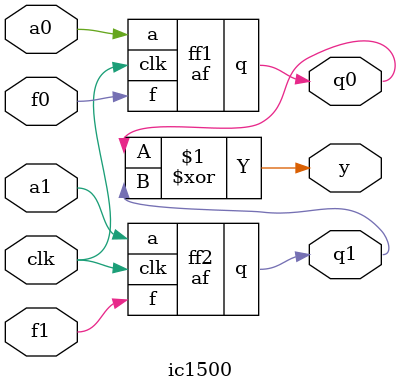
<source format=v>
`timescale 1ns / 1ps

module af(
    input a,
    input f,
    input clk,
    output reg q
    );
    
    initial begin
        q = 0;
    end
	
    // write your code here
    
	 always @(posedge clk) begin
    case({a,f})
      2'b0_0 : q <= ~q;
      2'b0_1 : q <=  q;
      2'b1_0 : q <=  1;
      2'b1_1 : q <=  0;
    endcase
  end

endmodule


module ic1500(
    input a0, 
    input f0, 
    input a1, 
    input f1, 
    input clk, 
    output q0, 
    output q1, 
    output y
    );

    // write your code here
	 
	 af ff1(a0,f0,clk,q0);
	 af ff2(a1,f1,clk,q1);
	 
	 assign y = q0 ^ q1;
	
endmodule

</source>
